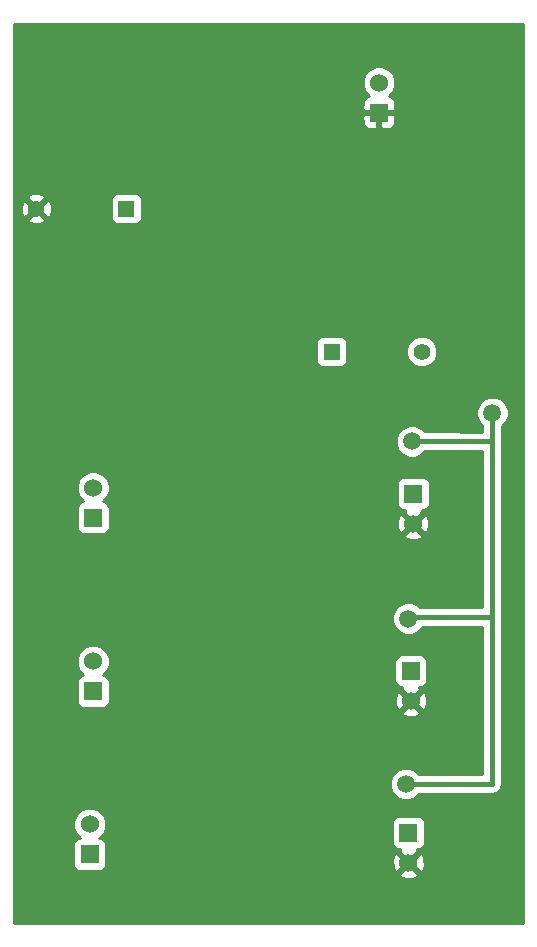
<source format=gbl>
G04 (created by PCBNEW-RS274X (2011-05-25)-stable) date lun 09 dic 2013 14:07:25 CLST*
G01*
G70*
G90*
%MOIN*%
G04 Gerber Fmt 3.4, Leading zero omitted, Abs format*
%FSLAX34Y34*%
G04 APERTURE LIST*
%ADD10C,0.006000*%
%ADD11R,0.060000X0.060000*%
%ADD12C,0.060000*%
%ADD13R,0.055000X0.055000*%
%ADD14C,0.055000*%
%ADD15C,0.059100*%
%ADD16C,0.015800*%
%ADD17C,0.010000*%
G04 APERTURE END LIST*
G54D10*
G54D11*
X51417Y-53359D03*
G54D12*
X51417Y-54359D03*
G54D11*
X51339Y-59264D03*
G54D12*
X51339Y-60264D03*
G54D11*
X51260Y-64657D03*
G54D12*
X51260Y-65657D03*
G54D11*
X40748Y-59949D03*
G54D12*
X40748Y-58949D03*
G54D11*
X50276Y-40657D03*
G54D12*
X50276Y-39657D03*
G54D11*
X40748Y-54162D03*
G54D12*
X40748Y-53162D03*
G54D11*
X40630Y-65382D03*
G54D12*
X40630Y-64382D03*
G54D13*
X41854Y-43858D03*
G54D14*
X38854Y-43858D03*
G54D13*
X48696Y-48622D03*
G54D14*
X51696Y-48622D03*
G54D15*
X51378Y-51614D03*
X51260Y-57520D03*
X51181Y-63031D03*
X54055Y-50669D03*
G54D16*
X51378Y-51614D02*
X54055Y-51618D01*
X54055Y-51618D02*
X53957Y-51614D01*
X53957Y-51614D02*
X54055Y-51618D01*
X51300Y-57480D02*
X54055Y-57480D01*
X51260Y-57520D02*
X51300Y-57480D01*
X54055Y-57913D02*
X54055Y-63031D01*
X54055Y-57480D02*
X54055Y-57913D01*
X54055Y-63031D02*
X51181Y-63031D01*
X54055Y-50669D02*
X54055Y-51618D01*
X54055Y-51618D02*
X54055Y-57480D01*
G54D10*
G36*
X55069Y-67667D02*
X55039Y-67667D01*
X54599Y-67667D01*
X54599Y-50777D01*
X54599Y-50561D01*
X54516Y-50361D01*
X54363Y-50208D01*
X54163Y-50125D01*
X53947Y-50125D01*
X53747Y-50208D01*
X53594Y-50361D01*
X53511Y-50561D01*
X53511Y-50777D01*
X53594Y-50977D01*
X53726Y-51109D01*
X53726Y-51289D01*
X52221Y-51285D01*
X52221Y-48727D01*
X52221Y-48518D01*
X52141Y-48325D01*
X51994Y-48177D01*
X51801Y-48097D01*
X51592Y-48097D01*
X51399Y-48177D01*
X51251Y-48324D01*
X51171Y-48517D01*
X51171Y-48726D01*
X51251Y-48919D01*
X51398Y-49067D01*
X51591Y-49147D01*
X51800Y-49147D01*
X51993Y-49067D01*
X52141Y-48920D01*
X52221Y-48727D01*
X52221Y-51285D01*
X51818Y-51285D01*
X51686Y-51153D01*
X51486Y-51070D01*
X51270Y-51070D01*
X51070Y-51153D01*
X50917Y-51306D01*
X50834Y-51506D01*
X50834Y-51722D01*
X50917Y-51922D01*
X51070Y-52075D01*
X51270Y-52158D01*
X51486Y-52158D01*
X51686Y-52075D01*
X51817Y-51943D01*
X53726Y-51947D01*
X53726Y-57151D01*
X51966Y-57151D01*
X51966Y-53709D01*
X51966Y-53610D01*
X51966Y-53010D01*
X51928Y-52918D01*
X51858Y-52848D01*
X51767Y-52810D01*
X51668Y-52810D01*
X51068Y-52810D01*
X50976Y-52848D01*
X50906Y-52918D01*
X50868Y-53009D01*
X50868Y-53108D01*
X50868Y-53708D01*
X50906Y-53800D01*
X50976Y-53870D01*
X51067Y-53908D01*
X51129Y-53908D01*
X51109Y-53981D01*
X51417Y-54288D01*
X51725Y-53981D01*
X51704Y-53908D01*
X51766Y-53908D01*
X51858Y-53870D01*
X51928Y-53800D01*
X51966Y-53709D01*
X51966Y-57151D01*
X51960Y-57151D01*
X51960Y-54438D01*
X51949Y-54225D01*
X51889Y-54078D01*
X51795Y-54051D01*
X51488Y-54359D01*
X51795Y-54667D01*
X51889Y-54640D01*
X51960Y-54438D01*
X51960Y-57151D01*
X51725Y-57151D01*
X51725Y-54737D01*
X51417Y-54430D01*
X51346Y-54500D01*
X51346Y-54359D01*
X51039Y-54051D01*
X50945Y-54078D01*
X50874Y-54280D01*
X50885Y-54493D01*
X50945Y-54640D01*
X51039Y-54667D01*
X51346Y-54359D01*
X51346Y-54500D01*
X51109Y-54737D01*
X51136Y-54831D01*
X51338Y-54902D01*
X51551Y-54891D01*
X51698Y-54831D01*
X51725Y-54737D01*
X51725Y-57151D01*
X51660Y-57151D01*
X51568Y-57059D01*
X51368Y-56976D01*
X51152Y-56976D01*
X50952Y-57059D01*
X50826Y-57185D01*
X50826Y-40769D01*
X50826Y-40545D01*
X50825Y-40308D01*
X50787Y-40216D01*
X50717Y-40146D01*
X50626Y-40108D01*
X50601Y-40108D01*
X50741Y-39968D01*
X50825Y-39766D01*
X50825Y-39548D01*
X50741Y-39346D01*
X50587Y-39192D01*
X50385Y-39108D01*
X50167Y-39108D01*
X49965Y-39192D01*
X49811Y-39346D01*
X49727Y-39548D01*
X49727Y-39766D01*
X49811Y-39968D01*
X49951Y-40108D01*
X49926Y-40108D01*
X49835Y-40146D01*
X49765Y-40216D01*
X49727Y-40308D01*
X49726Y-40545D01*
X49788Y-40607D01*
X50176Y-40607D01*
X50226Y-40607D01*
X50326Y-40607D01*
X50376Y-40607D01*
X50764Y-40607D01*
X50826Y-40545D01*
X50826Y-40769D01*
X50764Y-40707D01*
X50326Y-40707D01*
X50326Y-41145D01*
X50388Y-41207D01*
X50527Y-41206D01*
X50626Y-41206D01*
X50717Y-41168D01*
X50787Y-41098D01*
X50825Y-41006D01*
X50826Y-40769D01*
X50826Y-57185D01*
X50799Y-57212D01*
X50716Y-57412D01*
X50716Y-57628D01*
X50799Y-57828D01*
X50952Y-57981D01*
X51152Y-58064D01*
X51368Y-58064D01*
X51568Y-57981D01*
X51721Y-57828D01*
X51728Y-57809D01*
X53726Y-57809D01*
X53726Y-57913D01*
X53726Y-62702D01*
X51888Y-62702D01*
X51888Y-59614D01*
X51888Y-59515D01*
X51888Y-58915D01*
X51850Y-58823D01*
X51780Y-58753D01*
X51689Y-58715D01*
X51590Y-58715D01*
X50990Y-58715D01*
X50898Y-58753D01*
X50828Y-58823D01*
X50790Y-58914D01*
X50790Y-59013D01*
X50790Y-59613D01*
X50828Y-59705D01*
X50898Y-59775D01*
X50989Y-59813D01*
X51051Y-59813D01*
X51031Y-59886D01*
X51339Y-60193D01*
X51647Y-59886D01*
X51626Y-59813D01*
X51688Y-59813D01*
X51780Y-59775D01*
X51850Y-59705D01*
X51888Y-59614D01*
X51888Y-62702D01*
X51882Y-62702D01*
X51882Y-60343D01*
X51871Y-60130D01*
X51811Y-59983D01*
X51717Y-59956D01*
X51410Y-60264D01*
X51717Y-60572D01*
X51811Y-60545D01*
X51882Y-60343D01*
X51882Y-62702D01*
X51647Y-62702D01*
X51647Y-60642D01*
X51339Y-60335D01*
X51268Y-60405D01*
X51268Y-60264D01*
X50961Y-59956D01*
X50867Y-59983D01*
X50796Y-60185D01*
X50807Y-60398D01*
X50867Y-60545D01*
X50961Y-60572D01*
X51268Y-60264D01*
X51268Y-60405D01*
X51031Y-60642D01*
X51058Y-60736D01*
X51260Y-60807D01*
X51473Y-60796D01*
X51620Y-60736D01*
X51647Y-60642D01*
X51647Y-62702D01*
X51621Y-62702D01*
X51489Y-62570D01*
X51289Y-62487D01*
X51073Y-62487D01*
X50873Y-62570D01*
X50720Y-62723D01*
X50637Y-62923D01*
X50637Y-63139D01*
X50720Y-63339D01*
X50873Y-63492D01*
X51073Y-63575D01*
X51289Y-63575D01*
X51489Y-63492D01*
X51621Y-63360D01*
X54055Y-63360D01*
X54181Y-63335D01*
X54288Y-63264D01*
X54359Y-63157D01*
X54384Y-63031D01*
X54384Y-57913D01*
X54384Y-57480D01*
X54384Y-51631D01*
X54384Y-51619D01*
X54384Y-51618D01*
X54384Y-51109D01*
X54516Y-50977D01*
X54599Y-50777D01*
X54599Y-67667D01*
X51809Y-67667D01*
X51809Y-65007D01*
X51809Y-64908D01*
X51809Y-64308D01*
X51771Y-64216D01*
X51701Y-64146D01*
X51610Y-64108D01*
X51511Y-64108D01*
X50911Y-64108D01*
X50819Y-64146D01*
X50749Y-64216D01*
X50711Y-64307D01*
X50711Y-64406D01*
X50711Y-65006D01*
X50749Y-65098D01*
X50819Y-65168D01*
X50910Y-65206D01*
X50972Y-65206D01*
X50952Y-65279D01*
X51260Y-65586D01*
X51568Y-65279D01*
X51547Y-65206D01*
X51609Y-65206D01*
X51701Y-65168D01*
X51771Y-65098D01*
X51809Y-65007D01*
X51809Y-67667D01*
X51803Y-67667D01*
X51803Y-65736D01*
X51792Y-65523D01*
X51732Y-65376D01*
X51638Y-65349D01*
X51331Y-65657D01*
X51638Y-65965D01*
X51732Y-65938D01*
X51803Y-65736D01*
X51803Y-67667D01*
X51568Y-67667D01*
X51568Y-66035D01*
X51260Y-65728D01*
X51189Y-65798D01*
X51189Y-65657D01*
X50882Y-65349D01*
X50788Y-65376D01*
X50717Y-65578D01*
X50728Y-65791D01*
X50788Y-65938D01*
X50882Y-65965D01*
X51189Y-65657D01*
X51189Y-65798D01*
X50952Y-66035D01*
X50979Y-66129D01*
X51181Y-66200D01*
X51394Y-66189D01*
X51541Y-66129D01*
X51568Y-66035D01*
X51568Y-67667D01*
X50226Y-67667D01*
X50226Y-41145D01*
X50226Y-40707D01*
X49788Y-40707D01*
X49726Y-40769D01*
X49727Y-41006D01*
X49765Y-41098D01*
X49835Y-41168D01*
X49926Y-41206D01*
X50025Y-41206D01*
X50164Y-41207D01*
X50226Y-41145D01*
X50226Y-67667D01*
X49220Y-67667D01*
X49220Y-48947D01*
X49220Y-48848D01*
X49220Y-48298D01*
X49182Y-48206D01*
X49112Y-48136D01*
X49021Y-48098D01*
X48922Y-48098D01*
X48372Y-48098D01*
X48280Y-48136D01*
X48210Y-48206D01*
X48172Y-48297D01*
X48172Y-48396D01*
X48172Y-48946D01*
X48210Y-49038D01*
X48280Y-49108D01*
X48371Y-49146D01*
X48470Y-49146D01*
X49020Y-49146D01*
X49112Y-49108D01*
X49182Y-49038D01*
X49220Y-48947D01*
X49220Y-67667D01*
X42378Y-67667D01*
X42378Y-44183D01*
X42378Y-44084D01*
X42378Y-43534D01*
X42340Y-43442D01*
X42270Y-43372D01*
X42179Y-43334D01*
X42080Y-43334D01*
X41530Y-43334D01*
X41438Y-43372D01*
X41368Y-43442D01*
X41330Y-43533D01*
X41330Y-43632D01*
X41330Y-44182D01*
X41368Y-44274D01*
X41438Y-44344D01*
X41529Y-44382D01*
X41628Y-44382D01*
X42178Y-44382D01*
X42270Y-44344D01*
X42340Y-44274D01*
X42378Y-44183D01*
X42378Y-67667D01*
X41297Y-67667D01*
X41297Y-60299D01*
X41297Y-60200D01*
X41297Y-59600D01*
X41259Y-59508D01*
X41189Y-59438D01*
X41098Y-59400D01*
X41073Y-59400D01*
X41213Y-59260D01*
X41297Y-59058D01*
X41297Y-58840D01*
X41297Y-54512D01*
X41297Y-54413D01*
X41297Y-53813D01*
X41259Y-53721D01*
X41189Y-53651D01*
X41098Y-53613D01*
X41073Y-53613D01*
X41213Y-53473D01*
X41297Y-53271D01*
X41297Y-53053D01*
X41213Y-52851D01*
X41059Y-52697D01*
X40857Y-52613D01*
X40639Y-52613D01*
X40437Y-52697D01*
X40283Y-52851D01*
X40199Y-53053D01*
X40199Y-53271D01*
X40283Y-53473D01*
X40423Y-53613D01*
X40399Y-53613D01*
X40307Y-53651D01*
X40237Y-53721D01*
X40199Y-53812D01*
X40199Y-53911D01*
X40199Y-54511D01*
X40237Y-54603D01*
X40307Y-54673D01*
X40398Y-54711D01*
X40497Y-54711D01*
X41097Y-54711D01*
X41189Y-54673D01*
X41259Y-54603D01*
X41297Y-54512D01*
X41297Y-58840D01*
X41213Y-58638D01*
X41059Y-58484D01*
X40857Y-58400D01*
X40639Y-58400D01*
X40437Y-58484D01*
X40283Y-58638D01*
X40199Y-58840D01*
X40199Y-59058D01*
X40283Y-59260D01*
X40423Y-59400D01*
X40399Y-59400D01*
X40307Y-59438D01*
X40237Y-59508D01*
X40199Y-59599D01*
X40199Y-59698D01*
X40199Y-60298D01*
X40237Y-60390D01*
X40307Y-60460D01*
X40398Y-60498D01*
X40497Y-60498D01*
X41097Y-60498D01*
X41189Y-60460D01*
X41259Y-60390D01*
X41297Y-60299D01*
X41297Y-67667D01*
X41179Y-67667D01*
X41179Y-65732D01*
X41179Y-65633D01*
X41179Y-65033D01*
X41141Y-64941D01*
X41071Y-64871D01*
X40980Y-64833D01*
X40955Y-64833D01*
X41095Y-64693D01*
X41179Y-64491D01*
X41179Y-64273D01*
X41095Y-64071D01*
X40941Y-63917D01*
X40739Y-63833D01*
X40521Y-63833D01*
X40319Y-63917D01*
X40165Y-64071D01*
X40081Y-64273D01*
X40081Y-64491D01*
X40165Y-64693D01*
X40305Y-64833D01*
X40281Y-64833D01*
X40189Y-64871D01*
X40119Y-64941D01*
X40081Y-65032D01*
X40081Y-65131D01*
X40081Y-65731D01*
X40119Y-65823D01*
X40189Y-65893D01*
X40280Y-65931D01*
X40379Y-65931D01*
X40979Y-65931D01*
X41071Y-65893D01*
X41141Y-65823D01*
X41179Y-65732D01*
X41179Y-67667D01*
X39373Y-67667D01*
X39373Y-43932D01*
X39362Y-43728D01*
X39306Y-43591D01*
X39215Y-43568D01*
X39144Y-43639D01*
X39144Y-43497D01*
X39121Y-43406D01*
X38928Y-43339D01*
X38724Y-43350D01*
X38587Y-43406D01*
X38564Y-43497D01*
X38854Y-43787D01*
X39144Y-43497D01*
X39144Y-43639D01*
X38925Y-43858D01*
X39215Y-44148D01*
X39306Y-44125D01*
X39373Y-43932D01*
X39373Y-67667D01*
X39144Y-67667D01*
X39144Y-44219D01*
X38854Y-43929D01*
X38783Y-44000D01*
X38783Y-43858D01*
X38493Y-43568D01*
X38402Y-43591D01*
X38335Y-43784D01*
X38346Y-43988D01*
X38402Y-44125D01*
X38493Y-44148D01*
X38783Y-43858D01*
X38783Y-44000D01*
X38564Y-44219D01*
X38587Y-44310D01*
X38780Y-44377D01*
X38984Y-44366D01*
X39121Y-44310D01*
X39144Y-44219D01*
X39144Y-67667D01*
X38120Y-67667D01*
X38120Y-37687D01*
X55069Y-37687D01*
X55069Y-67667D01*
X55069Y-67667D01*
G37*
G54D17*
X55069Y-67667D02*
X55039Y-67667D01*
X54599Y-67667D01*
X54599Y-50777D01*
X54599Y-50561D01*
X54516Y-50361D01*
X54363Y-50208D01*
X54163Y-50125D01*
X53947Y-50125D01*
X53747Y-50208D01*
X53594Y-50361D01*
X53511Y-50561D01*
X53511Y-50777D01*
X53594Y-50977D01*
X53726Y-51109D01*
X53726Y-51289D01*
X52221Y-51285D01*
X52221Y-48727D01*
X52221Y-48518D01*
X52141Y-48325D01*
X51994Y-48177D01*
X51801Y-48097D01*
X51592Y-48097D01*
X51399Y-48177D01*
X51251Y-48324D01*
X51171Y-48517D01*
X51171Y-48726D01*
X51251Y-48919D01*
X51398Y-49067D01*
X51591Y-49147D01*
X51800Y-49147D01*
X51993Y-49067D01*
X52141Y-48920D01*
X52221Y-48727D01*
X52221Y-51285D01*
X51818Y-51285D01*
X51686Y-51153D01*
X51486Y-51070D01*
X51270Y-51070D01*
X51070Y-51153D01*
X50917Y-51306D01*
X50834Y-51506D01*
X50834Y-51722D01*
X50917Y-51922D01*
X51070Y-52075D01*
X51270Y-52158D01*
X51486Y-52158D01*
X51686Y-52075D01*
X51817Y-51943D01*
X53726Y-51947D01*
X53726Y-57151D01*
X51966Y-57151D01*
X51966Y-53709D01*
X51966Y-53610D01*
X51966Y-53010D01*
X51928Y-52918D01*
X51858Y-52848D01*
X51767Y-52810D01*
X51668Y-52810D01*
X51068Y-52810D01*
X50976Y-52848D01*
X50906Y-52918D01*
X50868Y-53009D01*
X50868Y-53108D01*
X50868Y-53708D01*
X50906Y-53800D01*
X50976Y-53870D01*
X51067Y-53908D01*
X51129Y-53908D01*
X51109Y-53981D01*
X51417Y-54288D01*
X51725Y-53981D01*
X51704Y-53908D01*
X51766Y-53908D01*
X51858Y-53870D01*
X51928Y-53800D01*
X51966Y-53709D01*
X51966Y-57151D01*
X51960Y-57151D01*
X51960Y-54438D01*
X51949Y-54225D01*
X51889Y-54078D01*
X51795Y-54051D01*
X51488Y-54359D01*
X51795Y-54667D01*
X51889Y-54640D01*
X51960Y-54438D01*
X51960Y-57151D01*
X51725Y-57151D01*
X51725Y-54737D01*
X51417Y-54430D01*
X51346Y-54500D01*
X51346Y-54359D01*
X51039Y-54051D01*
X50945Y-54078D01*
X50874Y-54280D01*
X50885Y-54493D01*
X50945Y-54640D01*
X51039Y-54667D01*
X51346Y-54359D01*
X51346Y-54500D01*
X51109Y-54737D01*
X51136Y-54831D01*
X51338Y-54902D01*
X51551Y-54891D01*
X51698Y-54831D01*
X51725Y-54737D01*
X51725Y-57151D01*
X51660Y-57151D01*
X51568Y-57059D01*
X51368Y-56976D01*
X51152Y-56976D01*
X50952Y-57059D01*
X50826Y-57185D01*
X50826Y-40769D01*
X50826Y-40545D01*
X50825Y-40308D01*
X50787Y-40216D01*
X50717Y-40146D01*
X50626Y-40108D01*
X50601Y-40108D01*
X50741Y-39968D01*
X50825Y-39766D01*
X50825Y-39548D01*
X50741Y-39346D01*
X50587Y-39192D01*
X50385Y-39108D01*
X50167Y-39108D01*
X49965Y-39192D01*
X49811Y-39346D01*
X49727Y-39548D01*
X49727Y-39766D01*
X49811Y-39968D01*
X49951Y-40108D01*
X49926Y-40108D01*
X49835Y-40146D01*
X49765Y-40216D01*
X49727Y-40308D01*
X49726Y-40545D01*
X49788Y-40607D01*
X50176Y-40607D01*
X50226Y-40607D01*
X50326Y-40607D01*
X50376Y-40607D01*
X50764Y-40607D01*
X50826Y-40545D01*
X50826Y-40769D01*
X50764Y-40707D01*
X50326Y-40707D01*
X50326Y-41145D01*
X50388Y-41207D01*
X50527Y-41206D01*
X50626Y-41206D01*
X50717Y-41168D01*
X50787Y-41098D01*
X50825Y-41006D01*
X50826Y-40769D01*
X50826Y-57185D01*
X50799Y-57212D01*
X50716Y-57412D01*
X50716Y-57628D01*
X50799Y-57828D01*
X50952Y-57981D01*
X51152Y-58064D01*
X51368Y-58064D01*
X51568Y-57981D01*
X51721Y-57828D01*
X51728Y-57809D01*
X53726Y-57809D01*
X53726Y-57913D01*
X53726Y-62702D01*
X51888Y-62702D01*
X51888Y-59614D01*
X51888Y-59515D01*
X51888Y-58915D01*
X51850Y-58823D01*
X51780Y-58753D01*
X51689Y-58715D01*
X51590Y-58715D01*
X50990Y-58715D01*
X50898Y-58753D01*
X50828Y-58823D01*
X50790Y-58914D01*
X50790Y-59013D01*
X50790Y-59613D01*
X50828Y-59705D01*
X50898Y-59775D01*
X50989Y-59813D01*
X51051Y-59813D01*
X51031Y-59886D01*
X51339Y-60193D01*
X51647Y-59886D01*
X51626Y-59813D01*
X51688Y-59813D01*
X51780Y-59775D01*
X51850Y-59705D01*
X51888Y-59614D01*
X51888Y-62702D01*
X51882Y-62702D01*
X51882Y-60343D01*
X51871Y-60130D01*
X51811Y-59983D01*
X51717Y-59956D01*
X51410Y-60264D01*
X51717Y-60572D01*
X51811Y-60545D01*
X51882Y-60343D01*
X51882Y-62702D01*
X51647Y-62702D01*
X51647Y-60642D01*
X51339Y-60335D01*
X51268Y-60405D01*
X51268Y-60264D01*
X50961Y-59956D01*
X50867Y-59983D01*
X50796Y-60185D01*
X50807Y-60398D01*
X50867Y-60545D01*
X50961Y-60572D01*
X51268Y-60264D01*
X51268Y-60405D01*
X51031Y-60642D01*
X51058Y-60736D01*
X51260Y-60807D01*
X51473Y-60796D01*
X51620Y-60736D01*
X51647Y-60642D01*
X51647Y-62702D01*
X51621Y-62702D01*
X51489Y-62570D01*
X51289Y-62487D01*
X51073Y-62487D01*
X50873Y-62570D01*
X50720Y-62723D01*
X50637Y-62923D01*
X50637Y-63139D01*
X50720Y-63339D01*
X50873Y-63492D01*
X51073Y-63575D01*
X51289Y-63575D01*
X51489Y-63492D01*
X51621Y-63360D01*
X54055Y-63360D01*
X54181Y-63335D01*
X54288Y-63264D01*
X54359Y-63157D01*
X54384Y-63031D01*
X54384Y-57913D01*
X54384Y-57480D01*
X54384Y-51631D01*
X54384Y-51619D01*
X54384Y-51618D01*
X54384Y-51109D01*
X54516Y-50977D01*
X54599Y-50777D01*
X54599Y-67667D01*
X51809Y-67667D01*
X51809Y-65007D01*
X51809Y-64908D01*
X51809Y-64308D01*
X51771Y-64216D01*
X51701Y-64146D01*
X51610Y-64108D01*
X51511Y-64108D01*
X50911Y-64108D01*
X50819Y-64146D01*
X50749Y-64216D01*
X50711Y-64307D01*
X50711Y-64406D01*
X50711Y-65006D01*
X50749Y-65098D01*
X50819Y-65168D01*
X50910Y-65206D01*
X50972Y-65206D01*
X50952Y-65279D01*
X51260Y-65586D01*
X51568Y-65279D01*
X51547Y-65206D01*
X51609Y-65206D01*
X51701Y-65168D01*
X51771Y-65098D01*
X51809Y-65007D01*
X51809Y-67667D01*
X51803Y-67667D01*
X51803Y-65736D01*
X51792Y-65523D01*
X51732Y-65376D01*
X51638Y-65349D01*
X51331Y-65657D01*
X51638Y-65965D01*
X51732Y-65938D01*
X51803Y-65736D01*
X51803Y-67667D01*
X51568Y-67667D01*
X51568Y-66035D01*
X51260Y-65728D01*
X51189Y-65798D01*
X51189Y-65657D01*
X50882Y-65349D01*
X50788Y-65376D01*
X50717Y-65578D01*
X50728Y-65791D01*
X50788Y-65938D01*
X50882Y-65965D01*
X51189Y-65657D01*
X51189Y-65798D01*
X50952Y-66035D01*
X50979Y-66129D01*
X51181Y-66200D01*
X51394Y-66189D01*
X51541Y-66129D01*
X51568Y-66035D01*
X51568Y-67667D01*
X50226Y-67667D01*
X50226Y-41145D01*
X50226Y-40707D01*
X49788Y-40707D01*
X49726Y-40769D01*
X49727Y-41006D01*
X49765Y-41098D01*
X49835Y-41168D01*
X49926Y-41206D01*
X50025Y-41206D01*
X50164Y-41207D01*
X50226Y-41145D01*
X50226Y-67667D01*
X49220Y-67667D01*
X49220Y-48947D01*
X49220Y-48848D01*
X49220Y-48298D01*
X49182Y-48206D01*
X49112Y-48136D01*
X49021Y-48098D01*
X48922Y-48098D01*
X48372Y-48098D01*
X48280Y-48136D01*
X48210Y-48206D01*
X48172Y-48297D01*
X48172Y-48396D01*
X48172Y-48946D01*
X48210Y-49038D01*
X48280Y-49108D01*
X48371Y-49146D01*
X48470Y-49146D01*
X49020Y-49146D01*
X49112Y-49108D01*
X49182Y-49038D01*
X49220Y-48947D01*
X49220Y-67667D01*
X42378Y-67667D01*
X42378Y-44183D01*
X42378Y-44084D01*
X42378Y-43534D01*
X42340Y-43442D01*
X42270Y-43372D01*
X42179Y-43334D01*
X42080Y-43334D01*
X41530Y-43334D01*
X41438Y-43372D01*
X41368Y-43442D01*
X41330Y-43533D01*
X41330Y-43632D01*
X41330Y-44182D01*
X41368Y-44274D01*
X41438Y-44344D01*
X41529Y-44382D01*
X41628Y-44382D01*
X42178Y-44382D01*
X42270Y-44344D01*
X42340Y-44274D01*
X42378Y-44183D01*
X42378Y-67667D01*
X41297Y-67667D01*
X41297Y-60299D01*
X41297Y-60200D01*
X41297Y-59600D01*
X41259Y-59508D01*
X41189Y-59438D01*
X41098Y-59400D01*
X41073Y-59400D01*
X41213Y-59260D01*
X41297Y-59058D01*
X41297Y-58840D01*
X41297Y-54512D01*
X41297Y-54413D01*
X41297Y-53813D01*
X41259Y-53721D01*
X41189Y-53651D01*
X41098Y-53613D01*
X41073Y-53613D01*
X41213Y-53473D01*
X41297Y-53271D01*
X41297Y-53053D01*
X41213Y-52851D01*
X41059Y-52697D01*
X40857Y-52613D01*
X40639Y-52613D01*
X40437Y-52697D01*
X40283Y-52851D01*
X40199Y-53053D01*
X40199Y-53271D01*
X40283Y-53473D01*
X40423Y-53613D01*
X40399Y-53613D01*
X40307Y-53651D01*
X40237Y-53721D01*
X40199Y-53812D01*
X40199Y-53911D01*
X40199Y-54511D01*
X40237Y-54603D01*
X40307Y-54673D01*
X40398Y-54711D01*
X40497Y-54711D01*
X41097Y-54711D01*
X41189Y-54673D01*
X41259Y-54603D01*
X41297Y-54512D01*
X41297Y-58840D01*
X41213Y-58638D01*
X41059Y-58484D01*
X40857Y-58400D01*
X40639Y-58400D01*
X40437Y-58484D01*
X40283Y-58638D01*
X40199Y-58840D01*
X40199Y-59058D01*
X40283Y-59260D01*
X40423Y-59400D01*
X40399Y-59400D01*
X40307Y-59438D01*
X40237Y-59508D01*
X40199Y-59599D01*
X40199Y-59698D01*
X40199Y-60298D01*
X40237Y-60390D01*
X40307Y-60460D01*
X40398Y-60498D01*
X40497Y-60498D01*
X41097Y-60498D01*
X41189Y-60460D01*
X41259Y-60390D01*
X41297Y-60299D01*
X41297Y-67667D01*
X41179Y-67667D01*
X41179Y-65732D01*
X41179Y-65633D01*
X41179Y-65033D01*
X41141Y-64941D01*
X41071Y-64871D01*
X40980Y-64833D01*
X40955Y-64833D01*
X41095Y-64693D01*
X41179Y-64491D01*
X41179Y-64273D01*
X41095Y-64071D01*
X40941Y-63917D01*
X40739Y-63833D01*
X40521Y-63833D01*
X40319Y-63917D01*
X40165Y-64071D01*
X40081Y-64273D01*
X40081Y-64491D01*
X40165Y-64693D01*
X40305Y-64833D01*
X40281Y-64833D01*
X40189Y-64871D01*
X40119Y-64941D01*
X40081Y-65032D01*
X40081Y-65131D01*
X40081Y-65731D01*
X40119Y-65823D01*
X40189Y-65893D01*
X40280Y-65931D01*
X40379Y-65931D01*
X40979Y-65931D01*
X41071Y-65893D01*
X41141Y-65823D01*
X41179Y-65732D01*
X41179Y-67667D01*
X39373Y-67667D01*
X39373Y-43932D01*
X39362Y-43728D01*
X39306Y-43591D01*
X39215Y-43568D01*
X39144Y-43639D01*
X39144Y-43497D01*
X39121Y-43406D01*
X38928Y-43339D01*
X38724Y-43350D01*
X38587Y-43406D01*
X38564Y-43497D01*
X38854Y-43787D01*
X39144Y-43497D01*
X39144Y-43639D01*
X38925Y-43858D01*
X39215Y-44148D01*
X39306Y-44125D01*
X39373Y-43932D01*
X39373Y-67667D01*
X39144Y-67667D01*
X39144Y-44219D01*
X38854Y-43929D01*
X38783Y-44000D01*
X38783Y-43858D01*
X38493Y-43568D01*
X38402Y-43591D01*
X38335Y-43784D01*
X38346Y-43988D01*
X38402Y-44125D01*
X38493Y-44148D01*
X38783Y-43858D01*
X38783Y-44000D01*
X38564Y-44219D01*
X38587Y-44310D01*
X38780Y-44377D01*
X38984Y-44366D01*
X39121Y-44310D01*
X39144Y-44219D01*
X39144Y-67667D01*
X38120Y-67667D01*
X38120Y-37687D01*
X55069Y-37687D01*
X55069Y-67667D01*
M02*

</source>
